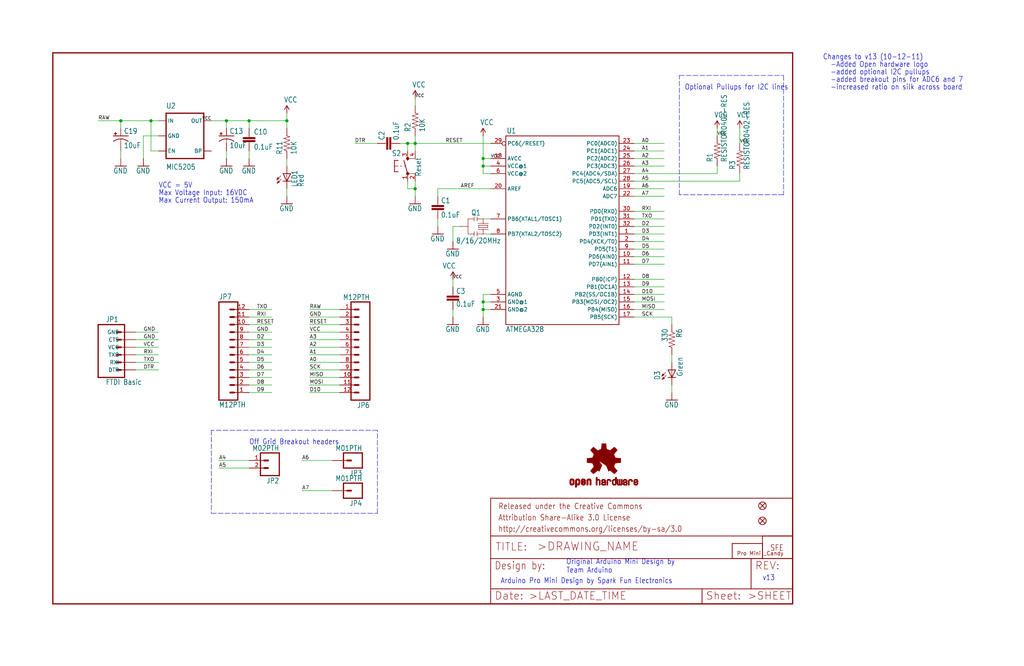
<source format=kicad_sch>
(kicad_sch (version 20211123) (generator eeschema)
  (paper "User" 344.576 224.18)
  (lib_symbols
    (symbol "eagleSchem-eagle-import:3.3V" (power)
      (property "Value" "3.3V" (at -1.016 3.556 0))
      (symbol "3.3V_1_0"
        (pin power_in line (at 0 0 90) (length 2.54) (name "3.3V") (number "1"))
      )
    )
    (symbol "eagleSchem-eagle-import:ARDUINO_SERIAL_PROGRAMPTH"
      (property "Reference" "JP" (at -5.08 10.922 0))
      (property "Value" "ARDUINO_SERIAL_PROGRAMPTH" (at -5.08 -10.16 0))
      (symbol "ARDUINO_SERIAL_PROGRAMPTH_1_0"
        (pin passive line (at 5.08 -5.08 180) (length 5.08) (name "DTR") (number "1"))
        (pin passive line (at 5.08 -2.54 180) (length 5.08) (name "RXI") (number "2"))
        (pin passive line (at 5.08 0 180) (length 5.08) (name "TXO") (number "3"))
        (pin passive line (at 5.08 2.54 180) (length 5.08) (name "VCC") (number "4"))
        (pin passive line (at 5.08 5.08 180) (length 5.08) (name "CTS") (number "5"))
        (pin passive line (at 5.08 7.62 180) (length 5.08) (name "GND") (number "6"))
      )
    )
    (symbol "eagleSchem-eagle-import:ATMEGA168"
      (property "Reference" "U" (at -17.78 -38.1 0))
      (property "Value" "ATMEGA168" (at -17.78 28.448 0))
      (symbol "ATMEGA168_1_0"
        (pin bidirectional line (at 25.4 -5.08 180) (length 5.08) (name "PD3(INT1)") (number "1"))
        (pin bidirectional line (at 25.4 -12.7 180) (length 5.08) (name "PD6(AIN0)") (number "10"))
        (pin bidirectional line (at 25.4 -15.24 180) (length 5.08) (name "PD7(AIN1)") (number "11"))
        (pin bidirectional line (at 25.4 -20.32 180) (length 5.08) (name "PB0(ICP)") (number "12"))
        (pin bidirectional line (at 25.4 -22.86 180) (length 5.08) (name "PB1(OC1A)") (number "13"))
        (pin bidirectional line (at 25.4 -25.4 180) (length 5.08) (name "PB2(SS/OC1B)") (number "14"))
        (pin bidirectional line (at 25.4 -27.94 180) (length 5.08) (name "PB3(MOSI/OC2)") (number "15"))
        (pin bidirectional line (at 25.4 -30.48 180) (length 5.08) (name "PB4(MISO)") (number "16"))
        (pin bidirectional line (at 25.4 -33.02 180) (length 5.08) (name "PB5(SCK)") (number "17"))
        (pin bidirectional line (at -22.86 20.32 0) (length 5.08) (name "AVCC") (number "18"))
        (pin bidirectional line (at 25.4 10.16 180) (length 5.08) (name "ADC6") (number "19"))
        (pin bidirectional line (at 25.4 -7.62 180) (length 5.08) (name "PD4(XCK/T0)") (number "2"))
        (pin bidirectional line (at -22.86 10.16 0) (length 5.08) (name "AREF") (number "20"))
        (pin bidirectional line (at -22.86 -30.48 0) (length 5.08) (name "GND@2") (number "21"))
        (pin bidirectional line (at 25.4 7.62 180) (length 5.08) (name "ADC7") (number "22"))
        (pin bidirectional line (at 25.4 25.4 180) (length 5.08) (name "PC0(ADC0)") (number "23"))
        (pin bidirectional line (at 25.4 22.86 180) (length 5.08) (name "PC1(ADC1)") (number "24"))
        (pin bidirectional line (at 25.4 20.32 180) (length 5.08) (name "PC2(ADC2)") (number "25"))
        (pin bidirectional line (at 25.4 17.78 180) (length 5.08) (name "PC3(ADC3)") (number "26"))
        (pin bidirectional line (at 25.4 15.24 180) (length 5.08) (name "PC4(ADC4/SDA)") (number "27"))
        (pin bidirectional line (at 25.4 12.7 180) (length 5.08) (name "PC5(ADC5/SCL)") (number "28"))
        (pin bidirectional inverted (at -22.86 25.4 0) (length 5.08) (name "PC6(/RESET)") (number "29"))
        (pin bidirectional line (at -22.86 -27.94 0) (length 5.08) (name "GND@1") (number "3"))
        (pin bidirectional line (at 25.4 2.54 180) (length 5.08) (name "PD0(RXD)") (number "30"))
        (pin bidirectional line (at 25.4 0 180) (length 5.08) (name "PD1(TXD)") (number "31"))
        (pin bidirectional line (at 25.4 -2.54 180) (length 5.08) (name "PD2(INT0)") (number "32"))
        (pin bidirectional line (at -22.86 17.78 0) (length 5.08) (name "VCC@1") (number "4"))
        (pin bidirectional line (at -22.86 -25.4 0) (length 5.08) (name "AGND") (number "5"))
        (pin bidirectional line (at -22.86 15.24 0) (length 5.08) (name "VCC@2") (number "6"))
        (pin bidirectional line (at -22.86 0 0) (length 5.08) (name "PB6(XTAL1/TOSC1)") (number "7"))
        (pin bidirectional line (at -22.86 -5.08 0) (length 5.08) (name "PB7(XTAL2/TOSC2)") (number "8"))
        (pin bidirectional line (at 25.4 -10.16 180) (length 5.08) (name "PD5(T1)") (number "9"))
      )
    )
    (symbol "eagleSchem-eagle-import:CAP0402-CAP"
      (property "Reference" "C" (at 1.524 2.921 0))
      (property "Value" "CAP0402-CAP" (at 1.524 -2.159 0))
      (symbol "CAP0402-CAP_1_0"
        (pin passive line (at 0 5.08 270) (length 2.54) (name "1") (number "1"))
        (pin passive line (at 0 -2.54 90) (length 2.54) (name "2") (number "2"))
      )
    )
    (symbol "eagleSchem-eagle-import:CAP_POL1206"
      (property "Reference" "C" (at 1.016 0.635 0))
      (property "Value" "CAP_POL1206" (at 1.016 -4.191 0))
      (symbol "CAP_POL1206_1_0"
        (pin passive line (at 0 2.54 270) (length 2.54) (name "+") (number "A"))
        (pin passive line (at 0 -5.08 90) (length 2.54) (name "-") (number "C"))
      )
    )
    (symbol "eagleSchem-eagle-import:FIDUCIALUFIDUCIAL")
    (symbol "eagleSchem-eagle-import:FRAME-LETTER"
      (symbol "FRAME-LETTER_2_0"
        (text ">DRAWING_NAME" (at 15.494 17.78 0) (effects (font (size 2.7432 2.7432)) (justify left bottom)))
        (text ">LAST_DATE_TIME" (at 12.7 1.27 0) (effects (font (size 2.54 2.54)) (justify left bottom)))
        (text ">SHEET" (at 86.36 1.27 0) (effects (font (size 2.54 2.54)) (justify left bottom)))
        (text "Attribution Share-Alike 3.0 License" (at 2.54 27.94 0) (effects (font (size 1.9304 1.6408)) (justify left bottom)))
        (text "Date:" (at 1.27 1.27 0) (effects (font (size 2.54 2.54)) (justify left bottom)))
        (text "Design by:" (at 1.27 11.43 0) (effects (font (size 2.54 2.159)) (justify left bottom)))
        (text "http://creativecommons.org/licenses/by-sa/3.0" (at 2.54 24.13 0) (effects (font (size 1.9304 1.6408)) (justify left bottom)))
        (text "Released under the Creative Commons" (at 2.54 31.75 0) (effects (font (size 1.9304 1.6408)) (justify left bottom)))
        (text "REV:" (at 88.9 11.43 0) (effects (font (size 2.54 2.54)) (justify left bottom)))
        (text "Sheet:" (at 72.39 1.27 0) (effects (font (size 2.54 2.54)) (justify left bottom)))
        (text "TITLE:" (at 1.524 17.78 0) (effects (font (size 2.54 2.54)) (justify left bottom)))
      )
    )
    (symbol "eagleSchem-eagle-import:GND" (power)
      (property "Value" "GND" (at -2.54 -2.54 0))
      (symbol "GND_1_0"
        (pin power_in line (at 0 2.54 270) (length 2.54) (name "GND") (number "1"))
      )
    )
    (symbol "eagleSchem-eagle-import:LED0603"
      (property "Reference" "LED" (at 3.556 -4.572 90))
      (property "Value" "LED0603" (at 5.715 -4.572 90))
      (symbol "LED0603_1_0"
        (pin passive line (at 0 2.54 270) (length 2.54) (name "A") (number "A"))
        (pin passive line (at 0 -5.08 90) (length 2.54) (name "C") (number "C"))
      )
    )
    (symbol "eagleSchem-eagle-import:LOGO-SFESK"
      (symbol "LOGO-SFESK_1_0"
        (text "SFE" (at 0 0 0) (effects (font (size 1.9304 1.6408)) (justify left bottom)))
      )
    )
    (symbol "eagleSchem-eagle-import:M01PTH"
      (property "Reference" "JP" (at -2.54 3.302 0))
      (property "Value" "M01PTH" (at -2.54 -5.08 0))
      (symbol "M01PTH_1_0"
        (pin passive line (at 7.62 0 180) (length 5.08) (name "1") (number "1"))
      )
    )
    (symbol "eagleSchem-eagle-import:M02PTH"
      (property "Reference" "JP" (at -2.54 5.842 0))
      (property "Value" "M02PTH" (at -2.54 -5.08 0))
      (symbol "M02PTH_1_0"
        (pin passive line (at 7.62 0 180) (length 5.08) (name "1") (number "1"))
        (pin passive line (at 7.62 2.54 180) (length 5.08) (name "2") (number "2"))
      )
    )
    (symbol "eagleSchem-eagle-import:M12PTH"
      (property "Reference" "JP" (at 0 16.002 0))
      (property "Value" "M12PTH" (at 0 -20.32 0))
      (symbol "M12PTH_1_0"
        (pin passive line (at 10.16 -15.24 180) (length 5.08) (name "1") (number "1"))
        (pin passive line (at 10.16 7.62 180) (length 5.08) (name "10") (number "10"))
        (pin passive line (at 10.16 10.16 180) (length 5.08) (name "11") (number "11"))
        (pin passive line (at 10.16 12.7 180) (length 5.08) (name "12") (number "12"))
        (pin passive line (at 10.16 -12.7 180) (length 5.08) (name "2") (number "2"))
        (pin passive line (at 10.16 -10.16 180) (length 5.08) (name "3") (number "3"))
        (pin passive line (at 10.16 -7.62 180) (length 5.08) (name "4") (number "4"))
        (pin passive line (at 10.16 -5.08 180) (length 5.08) (name "5") (number "5"))
        (pin passive line (at 10.16 -2.54 180) (length 5.08) (name "6") (number "6"))
        (pin passive line (at 10.16 0 180) (length 5.08) (name "7") (number "7"))
        (pin passive line (at 10.16 2.54 180) (length 5.08) (name "8") (number "8"))
        (pin passive line (at 10.16 5.08 180) (length 5.08) (name "9") (number "9"))
      )
    )
    (symbol "eagleSchem-eagle-import:OSHW-LOGOS")
    (symbol "eagleSchem-eagle-import:PRO_MINI_CANDY"
      (symbol "PRO_MINI_CANDY_1_0"
        (text "Pro Mini _Candy" (at -3.556 -1.524 0) (effects (font (size 1.27 1.27)) (justify left bottom)))
      )
    )
    (symbol "eagleSchem-eagle-import:RESISTOR0402-RES"
      (property "Reference" "R" (at -3.81 1.4986 0))
      (property "Value" "RESISTOR0402-RES" (at -3.81 -3.302 0))
      (symbol "RESISTOR0402-RES_1_0"
        (pin passive line (at -5.08 0 0) (length 2.54) (name "1") (number "1"))
        (pin passive line (at 5.08 0 180) (length 2.54) (name "2") (number "2"))
      )
    )
    (symbol "eagleSchem-eagle-import:RESONATORSMD"
      (property "Reference" "Y" (at 2.54 1.016 0))
      (property "Value" "RESONATORSMD" (at 2.54 -7.62 0))
      (symbol "RESONATORSMD_1_0"
        (pin passive line (at -2.54 0 0) (length 0) (name "1") (number "1"))
        (pin passive line (at 0 -7.62 90) (length 0) (name "2") (number "2"))
        (pin passive line (at 2.54 0 180) (length 0) (name "3") (number "3"))
      )
    )
    (symbol "eagleSchem-eagle-import:TAC_SWITCHSMD"
      (property "Reference" "S" (at -2.54 6.35 0))
      (property "Value" "TAC_SWITCHSMD" (at -2.54 -6.35 0))
      (symbol "TAC_SWITCHSMD_1_0"
        (pin passive line (at -5.08 0 0) (length 2.54) (name "1") (number "1"))
        (pin passive line (at -5.08 -2.54 0) (length 2.54) (name "2") (number "2"))
        (pin passive line (at 5.08 0 180) (length 2.54) (name "3") (number "3"))
        (pin passive line (at 5.08 -2.54 180) (length 2.54) (name "4") (number "4"))
      )
    )
    (symbol "eagleSchem-eagle-import:V_REG_LDOSMD"
      (property "Reference" "U" (at -7.62 9.144 0))
      (property "Value" "V_REG_LDOSMD" (at -7.62 -11.43 0))
      (symbol "V_REG_LDOSMD_1_0"
        (pin input line (at -10.16 5.08 0) (length 2.54) (name "IN") (number "1"))
        (pin input line (at -10.16 0 0) (length 2.54) (name "GND") (number "2"))
        (pin input line (at -10.16 -5.08 0) (length 2.54) (name "EN") (number "3"))
        (pin input line (at 7.62 -5.08 180) (length 2.54) (name "BP") (number "4"))
        (pin passive line (at 7.62 5.08 180) (length 2.54) (name "OUT") (number "5"))
      )
    )
  )
  (junction (at 162.56 55.88))
  (junction (at 137.16 48.26))
  (junction (at 83.82 40.64))
  (junction (at 76.2 40.64))
  (junction (at 139.7 48.26))
  (junction (at 139.7 63.5))
  (junction (at 96.52 40.64))
  (junction (at 162.56 101.6))
  (junction (at 162.56 104.14))
  (junction (at 162.56 53.34))
  (junction (at 50.8 40.64))
  (junction (at 40.64 40.64))
  (wire (pts (xy 152.4 106.68) (xy 152.4 104.14)))
  (wire (pts (xy 76.2 40.64) (xy 76.2 43.18)))
  (wire (pts (xy 162.56 78.74) (xy 165.1 78.74)))
  (wire (pts (xy 45.72 119.38) (xy 53.34 119.38)))
  (wire (pts (xy 83.82 116.84) (xy 91.44 116.84)))
  (wire (pts (xy 213.36 71.12) (xy 223.52 71.12)))
  (wire (pts (xy 137.16 48.26) (xy 134.62 48.26)))
  (wire (pts (xy 213.36 60.96) (xy 248.92 60.96)))
  (polyline (pts (xy 263.652 25.4) (xy 263.652 65.532)))
  (wire (pts (xy 213.36 88.9) (xy 223.52 88.9)))
  (wire (pts (xy 83.82 129.54) (xy 91.44 129.54)))
  (wire (pts (xy 76.2 53.34) (xy 76.2 50.8)))
  (wire (pts (xy 213.36 76.2) (xy 223.52 76.2)))
  (wire (pts (xy 83.82 40.64) (xy 83.82 43.18)))
  (wire (pts (xy 213.36 50.8) (xy 223.52 50.8)))
  (wire (pts (xy 241.3 58.42) (xy 241.3 55.88)))
  (polyline (pts (xy 127 144.78) (xy 71.12 144.78)))
  (wire (pts (xy 83.82 109.22) (xy 91.44 109.22)))
  (wire (pts (xy 76.2 40.64) (xy 83.82 40.64)))
  (wire (pts (xy 213.36 78.74) (xy 223.52 78.74)))
  (wire (pts (xy 83.82 132.08) (xy 91.44 132.08)))
  (wire (pts (xy 111.76 154.94) (xy 101.6 154.94)))
  (wire (pts (xy 162.56 101.6) (xy 162.56 104.14)))
  (wire (pts (xy 45.72 121.92) (xy 53.34 121.92)))
  (wire (pts (xy 114.3 114.3) (xy 104.14 114.3)))
  (wire (pts (xy 83.82 157.48) (xy 73.66 157.48)))
  (wire (pts (xy 114.3 104.14) (xy 104.14 104.14)))
  (wire (pts (xy 248.92 48.26) (xy 248.92 43.18)))
  (polyline (pts (xy 71.12 172.72) (xy 127 172.72)))
  (wire (pts (xy 213.36 53.34) (xy 223.52 53.34)))
  (wire (pts (xy 213.36 58.42) (xy 241.3 58.42)))
  (wire (pts (xy 165.1 48.26) (xy 139.7 48.26)))
  (wire (pts (xy 50.8 40.64) (xy 53.34 40.64)))
  (wire (pts (xy 114.3 132.08) (xy 104.14 132.08)))
  (wire (pts (xy 213.36 55.88) (xy 223.52 55.88)))
  (wire (pts (xy 114.3 116.84) (xy 104.14 116.84)))
  (wire (pts (xy 226.06 106.68) (xy 226.06 109.22)))
  (wire (pts (xy 96.52 66.04) (xy 96.52 63.5)))
  (wire (pts (xy 83.82 53.34) (xy 83.82 50.8)))
  (wire (pts (xy 83.82 40.64) (xy 96.52 40.64)))
  (wire (pts (xy 83.82 111.76) (xy 91.44 111.76)))
  (wire (pts (xy 162.56 58.42) (xy 162.56 55.88)))
  (wire (pts (xy 165.1 104.14) (xy 162.56 104.14)))
  (wire (pts (xy 139.7 50.8) (xy 139.7 48.26)))
  (wire (pts (xy 213.36 83.82) (xy 223.52 83.82)))
  (wire (pts (xy 127 48.26) (xy 119.38 48.26)))
  (wire (pts (xy 162.56 53.34) (xy 162.56 45.72)))
  (wire (pts (xy 226.06 132.08) (xy 226.06 129.54)))
  (wire (pts (xy 137.16 63.5) (xy 139.7 63.5)))
  (wire (pts (xy 83.82 119.38) (xy 91.44 119.38)))
  (wire (pts (xy 139.7 45.72) (xy 139.7 48.26)))
  (wire (pts (xy 162.56 73.66) (xy 165.1 73.66)))
  (wire (pts (xy 139.7 63.5) (xy 139.7 66.04)))
  (wire (pts (xy 45.72 111.76) (xy 53.34 111.76)))
  (wire (pts (xy 45.72 124.46) (xy 53.34 124.46)))
  (wire (pts (xy 139.7 63.5) (xy 139.7 60.96)))
  (wire (pts (xy 165.1 53.34) (xy 162.56 53.34)))
  (wire (pts (xy 83.82 121.92) (xy 91.44 121.92)))
  (wire (pts (xy 139.7 33.02) (xy 139.7 35.56)))
  (wire (pts (xy 96.52 40.64) (xy 96.52 38.1)))
  (wire (pts (xy 213.36 86.36) (xy 223.52 86.36)))
  (wire (pts (xy 114.3 129.54) (xy 104.14 129.54)))
  (wire (pts (xy 96.52 55.88) (xy 96.52 53.34)))
  (wire (pts (xy 83.82 127) (xy 91.44 127)))
  (wire (pts (xy 48.26 45.72) (xy 48.26 53.34)))
  (wire (pts (xy 213.36 106.68) (xy 226.06 106.68)))
  (wire (pts (xy 147.32 76.2) (xy 147.32 73.66)))
  (wire (pts (xy 152.4 81.28) (xy 152.4 76.2)))
  (polyline (pts (xy 263.652 65.532) (xy 228.6 65.532)))
  (wire (pts (xy 165.1 99.06) (xy 162.56 99.06)))
  (wire (pts (xy 45.72 116.84) (xy 53.34 116.84)))
  (wire (pts (xy 241.3 45.72) (xy 241.3 43.18)))
  (wire (pts (xy 213.36 66.04) (xy 223.52 66.04)))
  (wire (pts (xy 40.64 40.64) (xy 33.02 40.64)))
  (wire (pts (xy 137.16 60.96) (xy 137.16 63.5)))
  (wire (pts (xy 114.3 127) (xy 104.14 127)))
  (wire (pts (xy 83.82 124.46) (xy 91.44 124.46)))
  (wire (pts (xy 162.56 104.14) (xy 162.56 106.68)))
  (wire (pts (xy 114.3 109.22) (xy 104.14 109.22)))
  (wire (pts (xy 213.36 96.52) (xy 223.52 96.52)))
  (wire (pts (xy 213.36 63.5) (xy 223.52 63.5)))
  (wire (pts (xy 114.3 106.68) (xy 104.14 106.68)))
  (wire (pts (xy 40.64 43.18) (xy 40.64 40.64)))
  (wire (pts (xy 162.56 55.88) (xy 162.56 53.34)))
  (wire (pts (xy 213.36 99.06) (xy 223.52 99.06)))
  (polyline (pts (xy 71.12 144.78) (xy 71.12 172.72)))
  (wire (pts (xy 114.3 124.46) (xy 104.14 124.46)))
  (wire (pts (xy 162.56 99.06) (xy 162.56 101.6)))
  (wire (pts (xy 152.4 76.2) (xy 154.94 76.2)))
  (polyline (pts (xy 127 172.72) (xy 127 144.78)))
  (wire (pts (xy 213.36 93.98) (xy 223.52 93.98)))
  (wire (pts (xy 165.1 101.6) (xy 162.56 101.6)))
  (wire (pts (xy 40.64 53.34) (xy 40.64 50.8)))
  (polyline (pts (xy 228.6 25.4) (xy 263.652 25.4)))
  (wire (pts (xy 83.82 106.68) (xy 91.44 106.68)))
  (wire (pts (xy 165.1 58.42) (xy 162.56 58.42)))
  (wire (pts (xy 45.72 114.3) (xy 53.34 114.3)))
  (wire (pts (xy 213.36 101.6) (xy 223.52 101.6)))
  (wire (pts (xy 137.16 50.8) (xy 137.16 48.26)))
  (wire (pts (xy 83.82 104.14) (xy 91.44 104.14)))
  (wire (pts (xy 213.36 81.28) (xy 223.52 81.28)))
  (wire (pts (xy 213.36 48.26) (xy 223.52 48.26)))
  (wire (pts (xy 165.1 63.5) (xy 147.32 63.5)))
  (wire (pts (xy 213.36 73.66) (xy 223.52 73.66)))
  (wire (pts (xy 50.8 50.8) (xy 50.8 40.64)))
  (wire (pts (xy 96.52 40.64) (xy 96.52 43.18)))
  (wire (pts (xy 83.82 114.3) (xy 91.44 114.3)))
  (wire (pts (xy 147.32 63.5) (xy 147.32 66.04)))
  (wire (pts (xy 226.06 119.38) (xy 226.06 121.92)))
  (wire (pts (xy 248.92 60.96) (xy 248.92 58.42)))
  (wire (pts (xy 40.64 40.64) (xy 50.8 40.64)))
  (wire (pts (xy 114.3 119.38) (xy 104.14 119.38)))
  (wire (pts (xy 111.76 165.1) (xy 101.6 165.1)))
  (wire (pts (xy 152.4 93.98) (xy 152.4 96.52)))
  (wire (pts (xy 165.1 55.88) (xy 162.56 55.88)))
  (wire (pts (xy 137.16 48.26) (xy 139.7 48.26)))
  (wire (pts (xy 71.12 40.64) (xy 76.2 40.64)))
  (wire (pts (xy 83.82 154.94) (xy 73.66 154.94)))
  (wire (pts (xy 114.3 121.92) (xy 104.14 121.92)))
  (wire (pts (xy 213.36 104.14) (xy 223.52 104.14)))
  (wire (pts (xy 114.3 111.76) (xy 104.14 111.76)))
  (polyline (pts (xy 228.6 65.532) (xy 228.6 25.4)))
  (wire (pts (xy 53.34 45.72) (xy 48.26 45.72)))
  (wire (pts (xy 53.34 50.8) (xy 50.8 50.8)))
  (text "v13" (at 256.54 195.58 180) (effects (font (size 1.778 1.5113)) (justify left bottom)))
  (text "Max Current Output: 150mA" (at 53.34 68.58 180) (effects (font (size 1.778 1.5113)) (justify left bottom)))
  (text "Off Grid Breakout headers" (at 83.82 149.86 180) (effects (font (size 1.778 1.5113)) (justify left bottom)))
  (text "-Added Open hardware logo" (at 279.4 22.86 180) (effects (font (size 1.778 1.5113)) (justify left bottom)))
  (text "Arduino Pro Mini Design by Spark Fun Electronics" (at 168.402 196.596 180) (effects (font (size 1.778 1.5113)) (justify left bottom)))
  (text "Changes to v13 (10-12-11)" (at 276.86 20.32 180) (effects (font (size 1.778 1.5113)) (justify left bottom)))
  (text "-increased ratio on silk across board" (at 279.4 30.48 180) (effects (font (size 1.778 1.5113)) (justify left bottom)))
  (text "VCC = 5V" (at 53.34 63.5 180) (effects (font (size 1.778 1.5113)) (justify left bottom)))
  (text "Original Arduino Mini Design by\nTeam Arduino" (at 190.5 193.04 180) (effects (font (size 1.778 1.5113)) (justify left bottom)))
  (text "-added optional I2C pullups" (at 279.4 25.4 180) (effects (font (size 1.778 1.5113)) (justify left bottom)))
  (text "-added breakout pins for ADC6 and 7" (at 279.4 27.94 180) (effects (font (size 1.778 1.5113)) (justify left bottom)))
  (text "Optional Pullups for I2C lines" (at 230.378 30.48 180) (effects (font (size 1.778 1.5113)) (justify left bottom)))
  (text "Max Voltage Input: 16VDC" (at 53.34 66.04 180) (effects (font (size 1.778 1.5113)) (justify left bottom)))
  (label "AREF" (at 154.94 63.5 0) (effects (font (size 1.2446 1.2446))))
  (label "GND" (at 48.26 114.3 0) (effects (font (size 1.2446 1.2446))))
  (label "D5" (at 86.36 121.92 0) (effects (font (size 1.2446 1.2446))))
  (label "A3" (at 104.14 114.3 0) (effects (font (size 1.2446 1.2446))))
  (label "A4" (at 215.9 58.42 0) (effects (font (size 1.2446 1.2446))))
  (label "MISO" (at 215.9 104.14 0) (effects (font (size 1.2446 1.2446))))
  (label "D9" (at 215.9 96.52 0) (effects (font (size 1.2446 1.2446))))
  (label "D9" (at 86.36 132.08 0) (effects (font (size 1.2446 1.2446))))
  (label "DTR" (at 119.38 48.26 0) (effects (font (size 1.2446 1.2446))))
  (label "MOSI" (at 215.9 101.6 0) (effects (font (size 1.2446 1.2446))))
  (label "GND" (at 86.36 111.76 0) (effects (font (size 1.2446 1.2446))))
  (label "D4" (at 86.36 119.38 0) (effects (font (size 1.2446 1.2446))))
  (label "VCC" (at 165.1 53.34 0) (effects (font (size 1.016 1.016))))
  (label "A1" (at 215.9 50.8 0) (effects (font (size 1.2446 1.2446))))
  (label "A6" (at 215.9 63.5 0) (effects (font (size 1.2446 1.2446))))
  (label "A0" (at 104.14 121.92 0) (effects (font (size 1.2446 1.2446))))
  (label "MISO" (at 104.14 127 0) (effects (font (size 1.2446 1.2446))))
  (label "D5" (at 215.9 83.82 0) (effects (font (size 1.2446 1.2446))))
  (label "A1" (at 104.14 119.38 0) (effects (font (size 1.2446 1.2446))))
  (label "A6" (at 101.6 154.94 0) (effects (font (size 1.2446 1.2446))))
  (label "SCK" (at 104.14 124.46 0) (effects (font (size 1.2446 1.2446))))
  (label "D2" (at 215.9 76.2 0) (effects (font (size 1.2446 1.2446))))
  (label "A0" (at 215.9 48.26 0) (effects (font (size 1.2446 1.2446))))
  (label "D2" (at 86.36 114.3 0) (effects (font (size 1.2446 1.2446))))
  (label "VCC" (at 71.12 40.64 180) (effects (font (size 1.016 1.016))))
  (label "A7" (at 101.6 165.1 0) (effects (font (size 1.2446 1.2446))))
  (label "VCC" (at 152.4 93.98 0) (effects (font (size 1.016 1.016))))
  (label "D10" (at 104.14 132.08 0) (effects (font (size 1.2446 1.2446))))
  (label "D6" (at 215.9 86.36 0) (effects (font (size 1.2446 1.2446))))
  (label "VCC" (at 48.26 116.84 0) (effects (font (size 1.2446 1.2446))))
  (label "VCC" (at 139.7 33.02 0) (effects (font (size 1.016 1.016))))
  (label "D8" (at 215.9 93.98 0) (effects (font (size 1.2446 1.2446))))
  (label "D8" (at 86.36 129.54 0) (effects (font (size 1.2446 1.2446))))
  (label "RXI" (at 48.26 119.38 0) (effects (font (size 1.2446 1.2446))))
  (label "VCC" (at 241.3 45.72 0) (effects (font (size 1.016 1.016))))
  (label "A7" (at 215.9 66.04 0) (effects (font (size 1.2446 1.2446))))
  (label "RESET" (at 86.36 109.22 0) (effects (font (size 1.2446 1.2446))))
  (label "D10" (at 215.9 99.06 0) (effects (font (size 1.2446 1.2446))))
  (label "RAW" (at 33.02 40.64 0) (effects (font (size 1.2446 1.2446))))
  (label "VCC" (at 104.14 111.76 0) (effects (font (size 1.2446 1.2446))))
  (label "RXI" (at 86.36 106.68 0) (effects (font (size 1.2446 1.2446))))
  (label "A5" (at 73.66 157.48 0) (effects (font (size 1.2446 1.2446))))
  (label "D6" (at 86.36 124.46 0) (effects (font (size 1.2446 1.2446))))
  (label "TXO" (at 86.36 104.14 0) (effects (font (size 1.2446 1.2446))))
  (label "A5" (at 215.9 60.96 0) (effects (font (size 1.2446 1.2446))))
  (label "MOSI" (at 104.14 129.54 0) (effects (font (size 1.2446 1.2446))))
  (label "GND" (at 48.26 111.76 0) (effects (font (size 1.2446 1.2446))))
  (label "D4" (at 215.9 81.28 0) (effects (font (size 1.2446 1.2446))))
  (label "RAW" (at 104.14 104.14 0) (effects (font (size 1.2446 1.2446))))
  (label "GND" (at 104.14 106.68 0) (effects (font (size 1.2446 1.2446))))
  (label "SCK" (at 215.9 106.68 0) (effects (font (size 1.2446 1.2446))))
  (label "TXO" (at 48.26 121.92 0) (effects (font (size 1.2446 1.2446))))
  (label "D3" (at 215.9 78.74 0) (effects (font (size 1.2446 1.2446))))
  (label "RESET" (at 149.86 48.26 0) (effects (font (size 1.2446 1.2446))))
  (label "A2" (at 104.14 116.84 0) (effects (font (size 1.2446 1.2446))))
  (label "D7" (at 215.9 88.9 0) (effects (font (size 1.2446 1.2446))))
  (label "A2" (at 215.9 53.34 0) (effects (font (size 1.2446 1.2446))))
  (label "D3" (at 86.36 116.84 0) (effects (font (size 1.2446 1.2446))))
  (label "RXI" (at 215.9 71.12 0) (effects (font (size 1.2446 1.2446))))
  (label "VCC" (at 248.92 48.26 0) (effects (font (size 1.016 1.016))))
  (label "A4" (at 73.66 154.94 0) (effects (font (size 1.2446 1.2446))))
  (label "RESET" (at 104.14 109.22 0) (effects (font (size 1.2446 1.2446))))
  (label "D7" (at 86.36 127 0) (effects (font (size 1.2446 1.2446))))
  (label "DTR" (at 48.26 124.46 0) (effects (font (size 1.2446 1.2446))))
  (label "TXO" (at 215.9 73.66 0) (effects (font (size 1.2446 1.2446))))
  (label "A3" (at 215.9 55.88 0) (effects (font (size 1.2446 1.2446))))
  (symbol (lib_id "eagleSchem-eagle-import:FIDUCIALUFIDUCIAL") (at 256.54 175.26 0) (unit 1)
    (property "Reference" "JP5" (effects hide))
    (property "Value" "FIDUCIALUFIDUCIAL" (effects hide))
    (property "Footprint" "eagleSchem:MICRO-FIDUCIAL" (effects hide))
  )
  (symbol (lib_id "eagleSchem-eagle-import:RESISTOR0402-RES") (at 226.06 114.3 270) (unit 1)
    (property "Reference" "R6" (at 227.5586 110.49 0) (effects (font (size 1.778 1.5113)) (justify left bottom)))
    (property "Value" "330" (at 222.758 110.49 0) (effects (font (size 1.778 1.5113)) (justify left bottom)))
    (property "Footprint" "eagleSchem:0402-RES" (effects hide))
  )
  (symbol (lib_id "eagleSchem-eagle-import:M01PTH") (at 119.38 165.1 180) (unit 1)
    (property "Reference" "JP4" (at 121.92 168.402 0) (effects (font (size 1.778 1.5113)) (justify left bottom)))
    (property "Value" "M01PTH" (at 121.92 160.02 0) (effects (font (size 1.778 1.5113)) (justify left bottom)))
    (property "Footprint" "eagleSchem:1X01" (effects hide))
  )
  (symbol (lib_id "eagleSchem-eagle-import:GND") (at 162.56 109.22 0) (unit 1)
    (property "Reference" "#GND5" (effects hide))
    (property "Value" "GND" (at 160.02 111.76 0) (effects (font (size 1.778 1.5113)) (justify left bottom)))
    (property "Footprint" "eagleSchem:" (effects hide))
  )
  (symbol (lib_id "eagleSchem-eagle-import:3.3V") (at 248.92 43.18 0) (unit 1)
    (property "Reference" "#P+3" (effects hide))
    (property "Value" "VCC" (at 247.904 39.624 0) (effects (font (size 1.778 1.5113)) (justify left bottom)))
    (property "Footprint" "eagleSchem:" (effects hide))
  )
  (symbol (lib_id "eagleSchem-eagle-import:3.3V") (at 152.4 93.98 0) (unit 1)
    (property "Reference" "#P+15" (effects hide))
    (property "Value" "VCC" (at 148.844 90.424 0) (effects (font (size 1.778 1.5113)) (justify left bottom)))
    (property "Footprint" "eagleSchem:" (effects hide))
  )
  (symbol (lib_id "eagleSchem-eagle-import:OSHW-LOGOS") (at 203.2 154.94 0) (unit 1)
    (property "Reference" "U$3" (effects hide))
    (property "Value" "OSHW-LOGOS" (effects hide))
    (property "Footprint" "eagleSchem:OSHW-LOGO-S" (effects hide))
  )
  (symbol (lib_id "eagleSchem-eagle-import:CAP0402-CAP") (at 83.82 48.26 0) (unit 1)
    (property "Reference" "C10" (at 85.344 45.339 0) (effects (font (size 1.778 1.5113)) (justify left bottom)))
    (property "Value" "0.1uF" (at 85.344 50.419 0) (effects (font (size 1.778 1.5113)) (justify left bottom)))
    (property "Footprint" "eagleSchem:0402-CAP" (effects hide))
  )
  (symbol (lib_id "eagleSchem-eagle-import:GND") (at 76.2 55.88 0) (unit 1)
    (property "Reference" "#GND25" (effects hide))
    (property "Value" "GND" (at 73.66 58.42 0) (effects (font (size 1.778 1.5113)) (justify left bottom)))
    (property "Footprint" "eagleSchem:" (effects hide))
  )
  (symbol (lib_id "eagleSchem-eagle-import:TAC_SWITCHSMD") (at 137.16 55.88 90) (unit 1)
    (property "Reference" "S2" (at 131.826 52.578 90) (effects (font (size 1.778 1.5113)) (justify right top)))
    (property "Value" "Reset" (at 141.732 59.436 0) (effects (font (size 1.778 1.5113)) (justify left bottom)))
    (property "Footprint" "eagleSchem:TACTILE_SWITCH_SMD" (effects hide))
  )
  (symbol (lib_id "eagleSchem-eagle-import:ARDUINO_SERIAL_PROGRAMPTH") (at 40.64 119.38 0) (unit 1)
    (property "Reference" "JP1" (at 35.56 108.458 0) (effects (font (size 1.778 1.5113)) (justify left bottom)))
    (property "Value" "FTDI Basic" (at 35.56 129.54 0) (effects (font (size 1.778 1.5113)) (justify left bottom)))
    (property "Footprint" "eagleSchem:1X06" (effects hide))
  )
  (symbol (lib_id "eagleSchem-eagle-import:CAP0402-CAP") (at 129.54 48.26 270) (unit 1)
    (property "Reference" "C2" (at 129.413 47.244 0) (effects (font (size 1.778 1.5113)) (justify right top)))
    (property "Value" "0.1uF" (at 134.239 47.244 0) (effects (font (size 1.778 1.5113)) (justify right top)))
    (property "Footprint" "eagleSchem:0402-CAP" (effects hide))
  )
  (symbol (lib_id "eagleSchem-eagle-import:GND") (at 152.4 83.82 0) (unit 1)
    (property "Reference" "#GND4" (effects hide))
    (property "Value" "GND" (at 149.86 86.36 0) (effects (font (size 1.778 1.5113)) (justify left bottom)))
    (property "Footprint" "eagleSchem:" (effects hide))
  )
  (symbol (lib_id "eagleSchem-eagle-import:LED0603") (at 226.06 124.46 0) (unit 1)
    (property "Reference" "D3" (at 220.218 124.714 90) (effects (font (size 1.778 1.5113)) (justify right top)))
    (property "Value" "Green" (at 229.743 126.746 90) (effects (font (size 1.778 1.5113)) (justify left bottom)))
    (property "Footprint" "eagleSchem:LED-0603" (effects hide))
  )
  (symbol (lib_id "eagleSchem-eagle-import:FIDUCIALUFIDUCIAL") (at 256.54 170.18 0) (unit 1)
    (property "Reference" "JP8" (effects hide))
    (property "Value" "FIDUCIALUFIDUCIAL" (effects hide))
    (property "Footprint" "eagleSchem:MICRO-FIDUCIAL" (effects hide))
  )
  (symbol (lib_id "eagleSchem-eagle-import:LOGO-SFESK") (at 259.08 185.42 0) (unit 1)
    (property "Reference" "U$1" (effects hide))
    (property "Value" "LOGO-SFESK" (effects hide))
    (property "Footprint" "eagleSchem:SFE-LOGO-FLAME" (effects hide))
  )
  (symbol (lib_id "eagleSchem-eagle-import:FRAME-LETTER") (at 165.1 203.2 0) (unit 2)
    (property "Reference" "FRAME1" (effects hide))
    (property "Value" "FRAME-LETTER" (effects hide))
    (property "Footprint" "eagleSchem:CREATIVE_COMMONS" (effects hide))
  )
  (symbol (lib_id "eagleSchem-eagle-import:CAP0402-CAP") (at 152.4 99.06 180) (unit 1)
    (property "Reference" "C3" (at 153.416 98.933 0) (effects (font (size 1.778 1.5113)) (justify right top)))
    (property "Value" "0.1uF" (at 153.416 103.251 0) (effects (font (size 1.778 1.5113)) (justify right top)))
    (property "Footprint" "eagleSchem:0402-CAP" (effects hide))
  )
  (symbol (lib_id "eagleSchem-eagle-import:CAP_POL1206") (at 76.2 45.72 0) (unit 1)
    (property "Reference" "C13" (at 77.216 45.085 0) (effects (font (size 1.778 1.5113)) (justify left bottom)))
    (property "Value" "10uF" (at 77.216 49.911 0) (effects (font (size 1.778 1.5113)) (justify left bottom)))
    (property "Footprint" "eagleSchem:EIA3216" (effects hide))
  )
  (symbol (lib_id "eagleSchem-eagle-import:RESISTOR0402-RES") (at 96.52 48.26 90) (unit 1)
    (property "Reference" "R11" (at 95.0214 52.07 0) (effects (font (size 1.778 1.5113)) (justify left bottom)))
    (property "Value" "10K" (at 99.822 52.07 0) (effects (font (size 1.778 1.5113)) (justify left bottom)))
    (property "Footprint" "eagleSchem:0402-RES" (effects hide))
  )
  (symbol (lib_id "eagleSchem-eagle-import:M01PTH") (at 119.38 154.94 180) (unit 1)
    (property "Reference" "JP3" (at 121.92 158.242 0) (effects (font (size 1.778 1.5113)) (justify left bottom)))
    (property "Value" "M01PTH" (at 121.92 149.86 0) (effects (font (size 1.778 1.5113)) (justify left bottom)))
    (property "Footprint" "eagleSchem:1X01" (effects hide))
  )
  (symbol (lib_id "eagleSchem-eagle-import:FRAME-LETTER") (at 17.78 203.2 0) (unit 1)
    (property "Reference" "FRAME1" (effects hide))
    (property "Value" "FRAME-LETTER" (effects hide))
    (property "Footprint" "eagleSchem:CREATIVE_COMMONS" (effects hide))
  )
  (symbol (lib_id "eagleSchem-eagle-import:RESISTOR0402-RES") (at 139.7 40.64 90) (unit 1)
    (property "Reference" "R2" (at 138.2014 44.45 0) (effects (font (size 1.778 1.5113)) (justify left bottom)))
    (property "Value" "10K" (at 143.002 44.45 0) (effects (font (size 1.778 1.5113)) (justify left bottom)))
    (property "Footprint" "eagleSchem:0402-RES" (effects hide))
  )
  (symbol (lib_id "eagleSchem-eagle-import:V_REG_LDOSMD") (at 63.5 45.72 0) (unit 1)
    (property "Reference" "U2" (at 55.88 36.576 0) (effects (font (size 1.778 1.5113)) (justify left bottom)))
    (property "Value" "MIC5205" (at 55.88 57.15 0) (effects (font (size 1.778 1.5113)) (justify left bottom)))
    (property "Footprint" "eagleSchem:SOT23-5" (effects hide))
  )
  (symbol (lib_id "eagleSchem-eagle-import:3.3V") (at 162.56 45.72 0) (unit 1)
    (property "Reference" "#P+1" (effects hide))
    (property "Value" "VCC" (at 161.544 42.164 0) (effects (font (size 1.778 1.5113)) (justify left bottom)))
    (property "Footprint" "eagleSchem:" (effects hide))
  )
  (symbol (lib_id "eagleSchem-eagle-import:GND") (at 152.4 109.22 0) (unit 1)
    (property "Reference" "#GND1" (effects hide))
    (property "Value" "GND" (at 149.86 111.76 0) (effects (font (size 1.778 1.5113)) (justify left bottom)))
    (property "Footprint" "eagleSchem:" (effects hide))
  )
  (symbol (lib_id "eagleSchem-eagle-import:3.3V") (at 139.7 33.02 0) (unit 1)
    (property "Reference" "#P+11" (effects hide))
    (property "Value" "VCC" (at 138.684 29.464 0) (effects (font (size 1.778 1.5113)) (justify left bottom)))
    (property "Footprint" "eagleSchem:" (effects hide))
  )
  (symbol (lib_id "eagleSchem-eagle-import:GND") (at 139.7 68.58 0) (unit 1)
    (property "Reference" "#GND3" (effects hide))
    (property "Value" "GND" (at 137.16 71.12 0) (effects (font (size 1.778 1.5113)) (justify left bottom)))
    (property "Footprint" "eagleSchem:" (effects hide))
  )
  (symbol (lib_id "eagleSchem-eagle-import:GND") (at 40.64 55.88 0) (unit 1)
    (property "Reference" "#GND32" (effects hide))
    (property "Value" "GND" (at 38.1 58.42 0) (effects (font (size 1.778 1.5113)) (justify left bottom)))
    (property "Footprint" "eagleSchem:" (effects hide))
  )
  (symbol (lib_id "eagleSchem-eagle-import:GND") (at 147.32 78.74 0) (unit 1)
    (property "Reference" "#GND7" (effects hide))
    (property "Value" "GND" (at 144.78 81.28 0) (effects (font (size 1.778 1.5113)) (justify left bottom)))
    (property "Footprint" "eagleSchem:" (effects hide))
  )
  (symbol (lib_id "eagleSchem-eagle-import:CAP0402-CAP") (at 147.32 68.58 180) (unit 1)
    (property "Reference" "C1" (at 148.336 68.453 0) (effects (font (size 1.778 1.5113)) (justify right top)))
    (property "Value" "0.1uF" (at 148.336 73.279 0) (effects (font (size 1.778 1.5113)) (justify right top)))
    (property "Footprint" "eagleSchem:0402-CAP" (effects hide))
  )
  (symbol (lib_id "eagleSchem-eagle-import:M12PTH") (at 73.66 116.84 0) (unit 1)
    (property "Reference" "JP7" (at 73.66 100.838 0) (effects (font (size 1.778 1.5113)) (justify left bottom)))
    (property "Value" "M12PTH" (at 73.66 137.16 0) (effects (font (size 1.778 1.5113)) (justify left bottom)))
    (property "Footprint" "eagleSchem:1X12" (effects hide))
  )
  (symbol (lib_id "eagleSchem-eagle-import:GND") (at 48.26 55.88 0) (unit 1)
    (property "Reference" "#GND30" (effects hide))
    (property "Value" "GND" (at 45.72 58.42 0) (effects (font (size 1.778 1.5113)) (justify left bottom)))
    (property "Footprint" "eagleSchem:" (effects hide))
  )
  (symbol (lib_id "eagleSchem-eagle-import:ATMEGA168") (at 187.96 73.66 0) (unit 1)
    (property "Reference" "U1" (at 170.434 44.958 0) (effects (font (size 1.778 1.5113)) (justify left bottom)))
    (property "Value" "ATMEGA328" (at 170.18 111.76 0) (effects (font (size 1.778 1.5113)) (justify left bottom)))
    (property "Footprint" "eagleSchem:TQFP32-08" (effects hide))
  )
  (symbol (lib_id "eagleSchem-eagle-import:PRO_MINI_CANDY") (at 251.46 185.42 0) (unit 1)
    (property "Reference" "U$2" (effects hide))
    (property "Value" "PRO_MINI_CANDY" (effects hide))
    (property "Footprint" "eagleSchem:PRO_MINI_CANDY" (effects hide))
  )
  (symbol (lib_id "eagleSchem-eagle-import:RESISTOR0402-RES") (at 248.92 53.34 90) (unit 1)
    (property "Reference" "R3" (at 247.4214 57.15 0) (effects (font (size 1.778 1.5113)) (justify left bottom)))
    (property "Value" "RESISTOR0402-RES" (at 252.222 57.15 0) (effects (font (size 1.778 1.5113)) (justify left bottom)))
    (property "Footprint" "eagleSchem:0402-RES" (effects hide))
  )
  (symbol (lib_id "eagleSchem-eagle-import:M02PTH") (at 91.44 154.94 180) (unit 1)
    (property "Reference" "JP2" (at 93.98 160.782 0) (effects (font (size 1.778 1.5113)) (justify left bottom)))
    (property "Value" "M02PTH" (at 93.98 149.86 0) (effects (font (size 1.778 1.5113)) (justify left bottom)))
    (property "Footprint" "eagleSchem:1X02" (effects hide))
  )
  (symbol (lib_id "eagleSchem-eagle-import:3.3V") (at 96.52 38.1 0) (unit 1)
    (property "Reference" "#P+12" (effects hide))
    (property "Value" "VCC" (at 95.504 34.544 0) (effects (font (size 1.778 1.5113)) (justify left bottom)))
    (property "Footprint" "eagleSchem:" (effects hide))
  )
  (symbol (lib_id "eagleSchem-eagle-import:M12PTH") (at 124.46 119.38 180) (unit 1)
    (property "Reference" "JP6" (at 124.46 135.382 0) (effects (font (size 1.778 1.5113)) (justify left bottom)))
    (property "Value" "M12PTH" (at 124.46 99.06 0) (effects (font (size 1.778 1.5113)) (justify left bottom)))
    (property "Footprint" "eagleSchem:1X12" (effects hide))
  )
  (symbol (lib_id "eagleSchem-eagle-import:GND") (at 226.06 134.62 0) (unit 1)
    (property "Reference" "#GND8" (effects hide))
    (property "Value" "GND" (at 223.52 137.16 0) (effects (font (size 1.778 1.5113)) (justify left bottom)))
    (property "Footprint" "eagleSchem:" (effects hide))
  )
  (symbol (lib_id "eagleSchem-eagle-import:LED0603") (at 96.52 58.42 0) (unit 1)
    (property "Reference" "LED1" (at 100.076 62.992 90) (effects (font (size 1.778 1.5113)) (justify left bottom)))
    (property "Value" "Red" (at 102.235 62.992 90) (effects (font (size 1.778 1.5113)) (justify left bottom)))
    (property "Footprint" "eagleSchem:LED-0603" (effects hide))
  )
  (symbol (lib_id "eagleSchem-eagle-import:RESONATORSMD") (at 162.56 76.2 270) (mirror x) (unit 1)
    (property "Reference" "Q1" (at 158.496 70.612 90) (effects (font (size 1.778 1.5113)) (justify left bottom)))
    (property "Value" "8/16/20MHz" (at 153.416 80.01 90) (effects (font (size 1.778 1.5113)) (justify left bottom)))
    (property "Footprint" "eagleSchem:RESONATOR-SMD" (effects hide))
  )
  (symbol (lib_id "eagleSchem-eagle-import:3.3V") (at 241.3 43.18 0) (unit 1)
    (property "Reference" "#P+2" (effects hide))
    (property "Value" "VCC" (at 240.284 39.624 0) (effects (font (size 1.778 1.5113)) (justify left bottom)))
    (property "Footprint" "eagleSchem:" (effects hide))
  )
  (symbol (lib_id "eagleSchem-eagle-import:CAP_POL1206") (at 40.64 45.72 0) (unit 1)
    (property "Reference" "C19" (at 41.656 45.085 0) (effects (font (size 1.778 1.5113)) (justify left bottom)))
    (property "Value" "10uF" (at 41.656 49.911 0) (effects (font (size 1.778 1.5113)) (justify left bottom)))
    (property "Footprint" "eagleSchem:EIA3216" (effects hide))
  )
  (symbol (lib_id "eagleSchem-eagle-import:GND") (at 96.52 68.58 0) (unit 1)
    (property "Reference" "#GND28" (effects hide))
    (property "Value" "GND" (at 93.98 71.12 0) (effects (font (size 1.778 1.5113)) (justify left bottom)))
    (property "Footprint" "eagleSchem:" (effects hide))
  )
  (symbol (lib_id "eagleSchem-eagle-import:GND") (at 83.82 55.88 0) (unit 1)
    (property "Reference" "#GND26" (effects hide))
    (property "Value" "GND" (at 81.28 58.42 0) (effects (font (size 1.778 1.5113)) (justify left bottom)))
    (property "Footprint" "eagleSchem:" (effects hide))
  )
  (symbol (lib_id "eagleSchem-eagle-import:RESISTOR0402-RES") (at 241.3 50.8 90) (unit 1)
    (property "Reference" "R1" (at 239.8014 54.61 0) (effects (font (size 1.778 1.5113)) (justify left bottom)))
    (property "Value" "RESISTOR0402-RES" (at 244.602 54.61 0) (effects (font (size 1.778 1.5113)) (justify left bottom)))
    (property "Footprint" "eagleSchem:0402-RES" (effects hide))
  )
)
</source>
